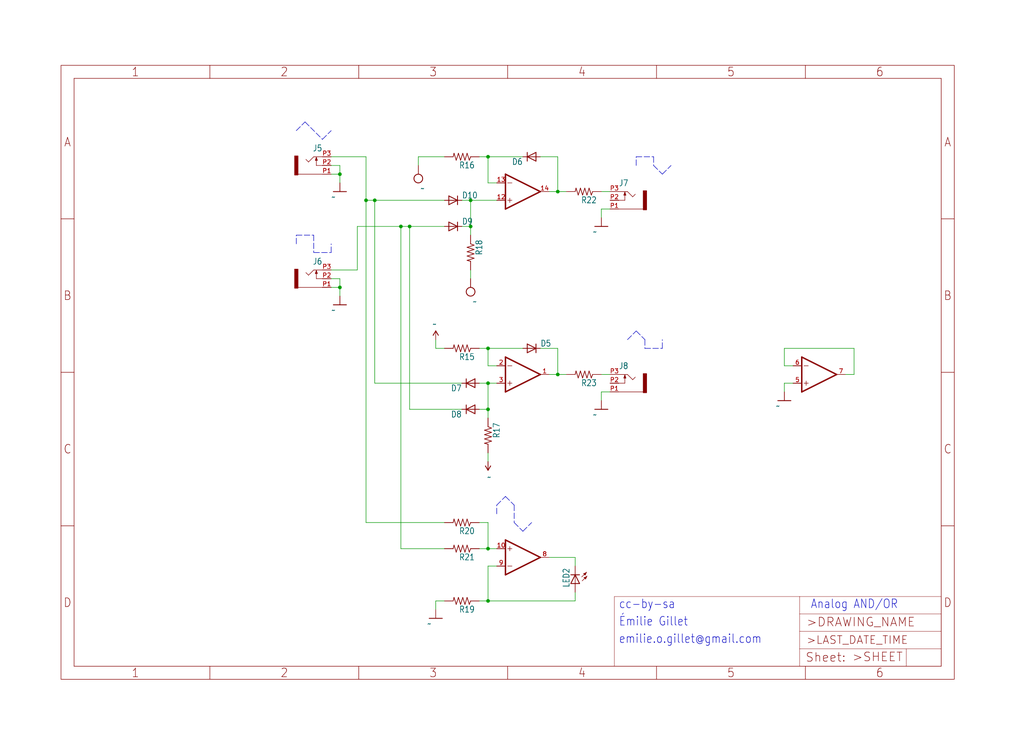
<source format=kicad_sch>
(kicad_sch (version 20211123) (generator eeschema)
  (paper "User" 298.45 217.881)
  (lib_symbols
    (symbol "kinks-eagle-import:A4L-LOC"
      (symbol "A4L-LOC_1_0"
        (polyline (pts (xy 0 44.7675) (xy 3.81 44.7675)))
        (polyline (pts (xy 0 89.535) (xy 3.81 89.535)))
        (polyline (pts (xy 0 134.3025) (xy 3.81 134.3025)))
        (polyline (pts (xy 3.81 3.81) (xy 3.81 175.26)))
        (polyline (pts (xy 43.3917 0) (xy 43.3917 3.81)))
        (polyline (pts (xy 43.3917 175.26) (xy 43.3917 179.07)))
        (polyline (pts (xy 86.7833 0) (xy 86.7833 3.81)))
        (polyline (pts (xy 86.7833 175.26) (xy 86.7833 179.07)))
        (polyline (pts (xy 130.175 0) (xy 130.175 3.81)))
        (polyline (pts (xy 130.175 175.26) (xy 130.175 179.07)))
        (polyline (pts (xy 161.29 3.81) (xy 161.29 24.13)) (stroke (width 0.1016)))
        (polyline (pts (xy 161.29 24.13) (xy 215.265 24.13)) (stroke (width 0.1016)))
        (polyline (pts (xy 173.5667 0) (xy 173.5667 3.81)))
        (polyline (pts (xy 173.5667 175.26) (xy 173.5667 179.07)))
        (polyline (pts (xy 215.265 8.89) (xy 215.265 3.81)) (stroke (width 0.1016)))
        (polyline (pts (xy 215.265 8.89) (xy 215.265 13.97)) (stroke (width 0.1016)))
        (polyline (pts (xy 215.265 13.97) (xy 215.265 19.05)) (stroke (width 0.1016)))
        (polyline (pts (xy 215.265 13.97) (xy 256.54 13.97)) (stroke (width 0.1016)))
        (polyline (pts (xy 215.265 19.05) (xy 215.265 24.13)) (stroke (width 0.1016)))
        (polyline (pts (xy 215.265 19.05) (xy 256.54 19.05)) (stroke (width 0.1016)))
        (polyline (pts (xy 215.265 24.13) (xy 256.54 24.13)) (stroke (width 0.1016)))
        (polyline (pts (xy 216.9583 0) (xy 216.9583 3.81)))
        (polyline (pts (xy 216.9583 175.26) (xy 216.9583 179.07)))
        (polyline (pts (xy 246.38 3.81) (xy 246.38 8.89)) (stroke (width 0.1016)))
        (polyline (pts (xy 246.38 8.89) (xy 215.265 8.89)) (stroke (width 0.1016)))
        (polyline (pts (xy 246.38 8.89) (xy 256.54 8.89)) (stroke (width 0.1016)))
        (polyline (pts (xy 256.54 3.81) (xy 3.81 3.81)))
        (polyline (pts (xy 256.54 3.81) (xy 256.54 8.89)) (stroke (width 0.1016)))
        (polyline (pts (xy 256.54 3.81) (xy 256.54 175.26)))
        (polyline (pts (xy 256.54 8.89) (xy 256.54 13.97)) (stroke (width 0.1016)))
        (polyline (pts (xy 256.54 13.97) (xy 256.54 19.05)) (stroke (width 0.1016)))
        (polyline (pts (xy 256.54 19.05) (xy 256.54 24.13)) (stroke (width 0.1016)))
        (polyline (pts (xy 256.54 44.7675) (xy 260.35 44.7675)))
        (polyline (pts (xy 256.54 89.535) (xy 260.35 89.535)))
        (polyline (pts (xy 256.54 134.3025) (xy 260.35 134.3025)))
        (polyline (pts (xy 256.54 175.26) (xy 3.81 175.26)))
        (polyline (pts (xy 0 0) (xy 260.35 0) (xy 260.35 179.07) (xy 0 179.07) (xy 0 0)))
        (text "1" (at 21.6958 1.905 0) (effects (font (size 2.54 2.286))))
        (text "1" (at 21.6958 177.165 0) (effects (font (size 2.54 2.286))))
        (text "2" (at 65.0875 1.905 0) (effects (font (size 2.54 2.286))))
        (text "2" (at 65.0875 177.165 0) (effects (font (size 2.54 2.286))))
        (text "3" (at 108.4792 1.905 0) (effects (font (size 2.54 2.286))))
        (text "3" (at 108.4792 177.165 0) (effects (font (size 2.54 2.286))))
        (text "4" (at 151.8708 1.905 0) (effects (font (size 2.54 2.286))))
        (text "4" (at 151.8708 177.165 0) (effects (font (size 2.54 2.286))))
        (text "5" (at 195.2625 1.905 0) (effects (font (size 2.54 2.286))))
        (text "5" (at 195.2625 177.165 0) (effects (font (size 2.54 2.286))))
        (text "6" (at 238.6542 1.905 0) (effects (font (size 2.54 2.286))))
        (text "6" (at 238.6542 177.165 0) (effects (font (size 2.54 2.286))))
        (text ">DRAWING_NAME" (at 217.17 15.24 0) (effects (font (size 2.54 2.54)) (justify left bottom)))
        (text ">LAST_DATE_TIME" (at 217.17 10.16 0) (effects (font (size 2.286 2.286)) (justify left bottom)))
        (text ">SHEET" (at 230.505 5.08 0) (effects (font (size 2.54 2.54)) (justify left bottom)))
        (text "A" (at 1.905 156.6863 0) (effects (font (size 2.54 2.286))))
        (text "A" (at 258.445 156.6863 0) (effects (font (size 2.54 2.286))))
        (text "B" (at 1.905 111.9188 0) (effects (font (size 2.54 2.286))))
        (text "B" (at 258.445 111.9188 0) (effects (font (size 2.54 2.286))))
        (text "C" (at 1.905 67.1513 0) (effects (font (size 2.54 2.286))))
        (text "C" (at 258.445 67.1513 0) (effects (font (size 2.54 2.286))))
        (text "D" (at 1.905 22.3838 0) (effects (font (size 2.54 2.286))))
        (text "D" (at 258.445 22.3838 0) (effects (font (size 2.54 2.286))))
        (text "Sheet:" (at 216.916 4.953 0) (effects (font (size 2.54 2.54)) (justify left bottom)))
      )
    )
    (symbol "kinks-eagle-import:DIODE-SOD523"
      (property "Reference" "D" (at 2.54 0.4826 0))
      (property "Value" "DIODE-SOD523" (at 2.54 -2.3114 0))
      (symbol "DIODE-SOD523_1_0"
        (polyline (pts (xy -1.27 -1.27) (xy 1.27 0)) (stroke (width 0.254)))
        (polyline (pts (xy -1.27 1.27) (xy -1.27 -1.27)) (stroke (width 0.254)))
        (polyline (pts (xy 1.27 0) (xy -1.27 1.27)) (stroke (width 0.254)))
        (polyline (pts (xy 1.27 0) (xy 1.27 -1.27)) (stroke (width 0.254)))
        (polyline (pts (xy 1.27 1.27) (xy 1.27 0)) (stroke (width 0.254)))
        (pin passive line (at -2.54 0 0) (length 2.54) (name "A") (number "A"))
        (pin passive line (at 2.54 0 180) (length 2.54) (name "C") (number "C"))
      )
    )
    (symbol "kinks-eagle-import:GND" (power)
      (property "Value" "GND" (at -2.54 -2.54 0))
      (symbol "GND_1_0"
        (polyline (pts (xy -1.905 0) (xy 1.905 0)) (stroke (width 0.254)))
        (pin power_in line (at 0 2.54 270) (length 2.54) (name "GND") (number "1"))
      )
    )
    (symbol "kinks-eagle-import:LED3MM"
      (property "Reference" "LED" (at 3.556 -4.572 90))
      (property "Value" "LED3MM" (at 5.715 -4.572 90))
      (symbol "LED3MM_1_0"
        (polyline (pts (xy -2.032 -0.762) (xy -3.429 -2.159)) (stroke (width 0.1524)))
        (polyline (pts (xy -1.905 -1.905) (xy -3.302 -3.302)) (stroke (width 0.1524)))
        (polyline (pts (xy 0 -2.54) (xy -1.27 -2.54)) (stroke (width 0.254)))
        (polyline (pts (xy 0 -2.54) (xy -1.27 0)) (stroke (width 0.254)))
        (polyline (pts (xy 0 0) (xy -1.27 0)) (stroke (width 0.254)))
        (polyline (pts (xy 0 0) (xy 0 -2.54)) (stroke (width 0.1524)))
        (polyline (pts (xy 1.27 -2.54) (xy 0 -2.54)) (stroke (width 0.254)))
        (polyline (pts (xy 1.27 0) (xy 0 -2.54)) (stroke (width 0.254)))
        (polyline (pts (xy 1.27 0) (xy 0 0)) (stroke (width 0.254)))
        (polyline (pts (xy -3.429 -2.159) (xy -3.048 -1.27) (xy -2.54 -1.778)) (fill (type outline)))
        (polyline (pts (xy -3.302 -3.302) (xy -2.921 -2.413) (xy -2.413 -2.921)) (fill (type outline)))
        (pin passive line (at 0 2.54 270) (length 2.54) (name "A") (number "A"))
        (pin passive line (at 0 -5.08 90) (length 2.54) (name "C") (number "K"))
      )
    )
    (symbol "kinks-eagle-import:PJ301_THONKICONN6"
      (property "Reference" "J" (at -2.54 4.064 0))
      (symbol "PJ301_THONKICONN6_1_0"
        (polyline (pts (xy -2.54 -2.54) (xy 4.572 -2.54)) (stroke (width 0.1524)))
        (polyline (pts (xy -2.54 0) (xy -0.762 0)) (stroke (width 0.1524)))
        (polyline (pts (xy -2.54 2.54) (xy 0 2.54)) (stroke (width 0.1524)))
        (polyline (pts (xy -1.016 1.524) (xy -0.508 1.524)) (stroke (width 0.254)))
        (polyline (pts (xy -0.762 0) (xy -0.762 2.286)) (stroke (width 0.1524)))
        (polyline (pts (xy -0.762 2.286) (xy -1.016 1.524)) (stroke (width 0.254)))
        (polyline (pts (xy -0.508 1.524) (xy -0.762 2.286)) (stroke (width 0.254)))
        (polyline (pts (xy 0 2.54) (xy 1.524 1.016)) (stroke (width 0.1524)))
        (polyline (pts (xy 1.524 1.016) (xy 2.286 1.778)) (stroke (width 0.1524)))
        (rectangle (start 4.572 2.794) (end 5.588 -2.794) (fill (type outline)))
        (pin passive line (at -5.08 -2.54 0) (length 2.54) (name "1") (number "P1"))
        (pin passive line (at -5.08 0 0) (length 2.54) (name "2") (number "P2"))
        (pin passive line (at -5.08 2.54 0) (length 2.54) (name "3") (number "P3"))
      )
    )
    (symbol "kinks-eagle-import:R-US_R0402"
      (property "Reference" "R" (at -3.81 1.4986 0))
      (property "Value" "R-US_R0402" (at -3.81 -3.302 0))
      (symbol "R-US_R0402_1_0"
        (polyline (pts (xy -2.54 0) (xy -2.159 1.016)) (stroke (width 0.2032)))
        (polyline (pts (xy -2.159 1.016) (xy -1.524 -1.016)) (stroke (width 0.2032)))
        (polyline (pts (xy -1.524 -1.016) (xy -0.889 1.016)) (stroke (width 0.2032)))
        (polyline (pts (xy -0.889 1.016) (xy -0.254 -1.016)) (stroke (width 0.2032)))
        (polyline (pts (xy -0.254 -1.016) (xy 0.381 1.016)) (stroke (width 0.2032)))
        (polyline (pts (xy 0.381 1.016) (xy 1.016 -1.016)) (stroke (width 0.2032)))
        (polyline (pts (xy 1.016 -1.016) (xy 1.651 1.016)) (stroke (width 0.2032)))
        (polyline (pts (xy 1.651 1.016) (xy 2.286 -1.016)) (stroke (width 0.2032)))
        (polyline (pts (xy 2.286 -1.016) (xy 2.54 0)) (stroke (width 0.2032)))
        (pin passive line (at -5.08 0 0) (length 2.54) (name "1") (number "1"))
        (pin passive line (at 5.08 0 180) (length 2.54) (name "2") (number "2"))
      )
    )
    (symbol "kinks-eagle-import:TL074PW"
      (symbol "TL074PW_1_0"
        (polyline (pts (xy -5.08 -5.08) (xy 5.08 0)) (stroke (width 0.4064)))
        (polyline (pts (xy -5.08 5.08) (xy -5.08 -5.08)) (stroke (width 0.4064)))
        (polyline (pts (xy -4.445 -2.54) (xy -3.175 -2.54)) (stroke (width 0.1524)))
        (polyline (pts (xy -4.445 2.54) (xy -3.175 2.54)) (stroke (width 0.1524)))
        (polyline (pts (xy -3.81 3.175) (xy -3.81 1.905)) (stroke (width 0.1524)))
        (polyline (pts (xy 5.08 0) (xy -5.08 5.08)) (stroke (width 0.4064)))
        (pin output line (at 7.62 0 180) (length 2.54) (name "OUT") (number "1"))
        (pin input line (at -7.62 -2.54 0) (length 2.54) (name "-IN") (number "2"))
        (pin input line (at -7.62 2.54 0) (length 2.54) (name "+IN") (number "3"))
      )
      (symbol "TL074PW_2_0"
        (polyline (pts (xy -5.08 -5.08) (xy 5.08 0)) (stroke (width 0.4064)))
        (polyline (pts (xy -5.08 5.08) (xy -5.08 -5.08)) (stroke (width 0.4064)))
        (polyline (pts (xy -4.445 -2.54) (xy -3.175 -2.54)) (stroke (width 0.1524)))
        (polyline (pts (xy -4.445 2.54) (xy -3.175 2.54)) (stroke (width 0.1524)))
        (polyline (pts (xy -3.81 3.175) (xy -3.81 1.905)) (stroke (width 0.1524)))
        (polyline (pts (xy 5.08 0) (xy -5.08 5.08)) (stroke (width 0.4064)))
        (pin input line (at -7.62 2.54 0) (length 2.54) (name "+IN") (number "5"))
        (pin input line (at -7.62 -2.54 0) (length 2.54) (name "-IN") (number "6"))
        (pin output line (at 7.62 0 180) (length 2.54) (name "OUT") (number "7"))
      )
      (symbol "TL074PW_3_0"
        (polyline (pts (xy -5.08 -5.08) (xy 5.08 0)) (stroke (width 0.4064)))
        (polyline (pts (xy -5.08 5.08) (xy -5.08 -5.08)) (stroke (width 0.4064)))
        (polyline (pts (xy -4.445 -2.54) (xy -3.175 -2.54)) (stroke (width 0.1524)))
        (polyline (pts (xy -4.445 2.54) (xy -3.175 2.54)) (stroke (width 0.1524)))
        (polyline (pts (xy -3.81 3.175) (xy -3.81 1.905)) (stroke (width 0.1524)))
        (polyline (pts (xy 5.08 0) (xy -5.08 5.08)) (stroke (width 0.4064)))
        (pin input line (at -7.62 2.54 0) (length 2.54) (name "+IN") (number "10"))
        (pin output line (at 7.62 0 180) (length 2.54) (name "OUT") (number "8"))
        (pin input line (at -7.62 -2.54 0) (length 2.54) (name "-IN") (number "9"))
      )
      (symbol "TL074PW_4_0"
        (polyline (pts (xy -5.08 -5.08) (xy 5.08 0)) (stroke (width 0.4064)))
        (polyline (pts (xy -5.08 5.08) (xy -5.08 -5.08)) (stroke (width 0.4064)))
        (polyline (pts (xy -4.445 -2.54) (xy -3.175 -2.54)) (stroke (width 0.1524)))
        (polyline (pts (xy -4.445 2.54) (xy -3.175 2.54)) (stroke (width 0.1524)))
        (polyline (pts (xy -3.81 3.175) (xy -3.81 1.905)) (stroke (width 0.1524)))
        (polyline (pts (xy 5.08 0) (xy -5.08 5.08)) (stroke (width 0.4064)))
        (pin input line (at -7.62 2.54 0) (length 2.54) (name "+IN") (number "12"))
        (pin input line (at -7.62 -2.54 0) (length 2.54) (name "-IN") (number "13"))
        (pin output line (at 7.62 0 180) (length 2.54) (name "OUT") (number "14"))
      )
      (symbol "TL074PW_5_0"
        (text "V+" (at 1.27 3.175 900) (effects (font (size 0.8128 0.6908)) (justify left bottom)))
        (text "V-" (at 1.27 -4.445 900) (effects (font (size 0.8128 0.6908)) (justify left bottom)))
        (pin power_in line (at 0 -7.62 90) (length 5.08) (name "V-") (number "11"))
        (pin power_in line (at 0 7.62 270) (length 5.08) (name "V+") (number "4"))
      )
    )
    (symbol "kinks-eagle-import:VCC" (power)
      (property "Value" "VCC" (at -1.016 3.556 0))
      (symbol "VCC_1_0"
        (polyline (pts (xy 0 2.54) (xy -0.762 1.27)) (stroke (width 0.254)))
        (polyline (pts (xy 0.762 1.27) (xy 0 2.54)) (stroke (width 0.254)))
        (pin power_in line (at 0 0 90) (length 2.54) (name "VCC") (number "1"))
      )
    )
    (symbol "kinks-eagle-import:VEE" (power)
      (property "Value" "VEE" (at -1.905 3.175 0))
      (symbol "VEE_1_0"
        (circle (center 0 1.27) (radius 1.27) (stroke (width 0.254)))
        (pin power_in line (at 0 -2.54 90) (length 2.54) (name "VEE") (number "1"))
      )
    )
  )
  (junction (at 162.56 55.88))
  (junction (at 162.56 109.22))
  (junction (at 142.24 119.38))
  (junction (at 142.24 175.26))
  (junction (at 137.16 58.42))
  (junction (at 109.22 58.42))
  (junction (at 142.24 111.76))
  (junction (at 119.38 66.04))
  (junction (at 142.24 160.02))
  (junction (at 142.24 45.72))
  (junction (at 137.16 66.04))
  (junction (at 142.24 101.6))
  (junction (at 106.68 58.42))
  (junction (at 99.06 50.8))
  (junction (at 116.84 66.04))
  (junction (at 99.06 83.82))
  (wire (pts (xy 142.24 165.1) (xy 144.78 165.1)))
  (polyline (pts (xy 88.9 35.56) (xy 93.98 40.64)))
  (polyline (pts (xy 185.42 45.72) (xy 190.5 45.72)))
  (wire (pts (xy 139.7 152.4) (xy 142.24 152.4)))
  (wire (pts (xy 228.6 101.6) (xy 248.92 101.6)))
  (wire (pts (xy 162.56 109.22) (xy 165.1 109.22)))
  (wire (pts (xy 248.92 101.6) (xy 248.92 109.22)))
  (wire (pts (xy 231.14 106.68) (xy 228.6 106.68)))
  (wire (pts (xy 109.22 58.42) (xy 129.54 58.42)))
  (wire (pts (xy 142.24 119.38) (xy 142.24 121.92)))
  (polyline (pts (xy 185.42 96.52) (xy 187.96 99.06)))
  (wire (pts (xy 139.7 45.72) (xy 142.24 45.72)))
  (wire (pts (xy 167.64 175.26) (xy 142.24 175.26)))
  (wire (pts (xy 129.54 45.72) (xy 121.92 45.72)))
  (wire (pts (xy 162.56 55.88) (xy 160.02 55.88)))
  (wire (pts (xy 99.06 81.28) (xy 99.06 83.82)))
  (wire (pts (xy 228.6 106.68) (xy 228.6 101.6)))
  (wire (pts (xy 139.7 111.76) (xy 142.24 111.76)))
  (polyline (pts (xy 190.5 48.26) (xy 193.04 50.8)))
  (polyline (pts (xy 91.44 73.66) (xy 96.52 73.66)))
  (wire (pts (xy 99.06 48.26) (xy 99.06 50.8)))
  (polyline (pts (xy 91.44 68.58) (xy 91.44 73.66)))
  (wire (pts (xy 119.38 66.04) (xy 116.84 66.04)))
  (wire (pts (xy 137.16 58.42) (xy 137.16 66.04)))
  (polyline (pts (xy 185.42 48.26) (xy 185.42 45.72)))
  (wire (pts (xy 109.22 111.76) (xy 109.22 58.42)))
  (polyline (pts (xy 86.36 68.58) (xy 91.44 68.58)))
  (wire (pts (xy 142.24 165.1) (xy 142.24 175.26)))
  (polyline (pts (xy 152.4 154.94) (xy 154.94 152.4)))
  (wire (pts (xy 231.14 111.76) (xy 228.6 111.76)))
  (wire (pts (xy 175.26 60.96) (xy 175.26 63.5)))
  (wire (pts (xy 142.24 101.6) (xy 139.7 101.6)))
  (polyline (pts (xy 193.04 101.6) (xy 193.04 99.06)))
  (wire (pts (xy 162.56 101.6) (xy 162.56 109.22)))
  (wire (pts (xy 175.26 114.3) (xy 175.26 116.84)))
  (wire (pts (xy 106.68 152.4) (xy 106.68 58.42)))
  (wire (pts (xy 134.62 119.38) (xy 119.38 119.38)))
  (wire (pts (xy 134.62 58.42) (xy 137.16 58.42)))
  (wire (pts (xy 121.92 45.72) (xy 121.92 48.26)))
  (wire (pts (xy 152.4 101.6) (xy 142.24 101.6)))
  (wire (pts (xy 175.26 109.22) (xy 177.8 109.22)))
  (polyline (pts (xy 144.78 149.86) (xy 144.78 147.32)))
  (wire (pts (xy 139.7 160.02) (xy 142.24 160.02)))
  (wire (pts (xy 248.92 109.22) (xy 246.38 109.22)))
  (wire (pts (xy 137.16 58.42) (xy 144.78 58.42)))
  (polyline (pts (xy 86.36 71.12) (xy 86.36 68.58)))
  (wire (pts (xy 162.56 55.88) (xy 165.1 55.88)))
  (wire (pts (xy 142.24 119.38) (xy 139.7 119.38)))
  (polyline (pts (xy 149.86 147.32) (xy 149.86 152.4)))
  (wire (pts (xy 167.64 172.72) (xy 167.64 175.26)))
  (wire (pts (xy 129.54 152.4) (xy 106.68 152.4)))
  (wire (pts (xy 142.24 160.02) (xy 144.78 160.02)))
  (wire (pts (xy 142.24 175.26) (xy 139.7 175.26)))
  (polyline (pts (xy 96.52 73.66) (xy 96.52 71.12)))
  (wire (pts (xy 104.14 78.74) (xy 104.14 66.04)))
  (wire (pts (xy 228.6 111.76) (xy 228.6 114.3)))
  (wire (pts (xy 142.24 106.68) (xy 142.24 101.6)))
  (wire (pts (xy 96.52 81.28) (xy 99.06 81.28)))
  (wire (pts (xy 162.56 109.22) (xy 160.02 109.22)))
  (wire (pts (xy 137.16 68.58) (xy 137.16 66.04)))
  (wire (pts (xy 96.52 78.74) (xy 104.14 78.74)))
  (wire (pts (xy 160.02 162.56) (xy 167.64 162.56)))
  (wire (pts (xy 142.24 160.02) (xy 142.24 152.4)))
  (wire (pts (xy 157.48 45.72) (xy 162.56 45.72)))
  (wire (pts (xy 116.84 160.02) (xy 116.84 66.04)))
  (wire (pts (xy 119.38 66.04) (xy 129.54 66.04)))
  (wire (pts (xy 142.24 111.76) (xy 144.78 111.76)))
  (wire (pts (xy 129.54 160.02) (xy 116.84 160.02)))
  (polyline (pts (xy 144.78 147.32) (xy 147.32 144.78)))
  (wire (pts (xy 119.38 119.38) (xy 119.38 66.04)))
  (wire (pts (xy 96.52 48.26) (xy 99.06 48.26)))
  (wire (pts (xy 177.8 60.96) (xy 175.26 60.96)))
  (wire (pts (xy 137.16 78.74) (xy 137.16 81.28)))
  (polyline (pts (xy 149.86 152.4) (xy 152.4 154.94)))
  (wire (pts (xy 134.62 66.04) (xy 137.16 66.04)))
  (polyline (pts (xy 86.36 38.1) (xy 88.9 35.56)))
  (wire (pts (xy 177.8 55.88) (xy 175.26 55.88)))
  (wire (pts (xy 157.48 101.6) (xy 162.56 101.6)))
  (wire (pts (xy 142.24 53.34) (xy 142.24 45.72)))
  (polyline (pts (xy 193.04 50.8) (xy 195.58 48.26)))
  (polyline (pts (xy 182.88 99.06) (xy 185.42 96.52)))
  (wire (pts (xy 129.54 101.6) (xy 127 101.6)))
  (wire (pts (xy 106.68 45.72) (xy 106.68 58.42)))
  (wire (pts (xy 99.06 83.82) (xy 99.06 86.36)))
  (wire (pts (xy 104.14 66.04) (xy 116.84 66.04)))
  (wire (pts (xy 144.78 106.68) (xy 142.24 106.68)))
  (wire (pts (xy 134.62 111.76) (xy 109.22 111.76)))
  (wire (pts (xy 106.68 58.42) (xy 109.22 58.42)))
  (polyline (pts (xy 93.98 40.64) (xy 96.52 38.1)))
  (wire (pts (xy 96.52 45.72) (xy 106.68 45.72)))
  (polyline (pts (xy 147.32 144.78) (xy 149.86 147.32)))
  (wire (pts (xy 96.52 50.8) (xy 99.06 50.8)))
  (wire (pts (xy 127 101.6) (xy 127 99.06)))
  (polyline (pts (xy 187.96 101.6) (xy 193.04 101.6)))
  (wire (pts (xy 162.56 45.72) (xy 162.56 55.88)))
  (polyline (pts (xy 190.5 45.72) (xy 190.5 48.26)))
  (wire (pts (xy 167.64 162.56) (xy 167.64 165.1)))
  (wire (pts (xy 129.54 175.26) (xy 127 175.26)))
  (wire (pts (xy 142.24 45.72) (xy 152.4 45.72)))
  (wire (pts (xy 144.78 53.34) (xy 142.24 53.34)))
  (wire (pts (xy 142.24 132.08) (xy 142.24 134.62)))
  (wire (pts (xy 99.06 50.8) (xy 99.06 53.34)))
  (polyline (pts (xy 187.96 99.06) (xy 187.96 101.6)))
  (wire (pts (xy 142.24 111.76) (xy 142.24 119.38)))
  (wire (pts (xy 177.8 114.3) (xy 175.26 114.3)))
  (wire (pts (xy 127 175.26) (xy 127 177.8)))
  (wire (pts (xy 96.52 83.82) (xy 99.06 83.82)))
  (text "Analog AND/OR" (at 236.22 177.8 180) (effects (font (size 2.54 2.159)) (justify left bottom)))
  (text "Émilie Gillet" (at 180.34 182.88 180) (effects (font (size 2.54 2.159)) (justify left bottom)))
  (text "cc-by-sa" (at 180.34 177.8 180) (effects (font (size 2.54 2.159)) (justify left bottom)))
  (text "emilie.o.gillet@gmail.com" (at 180.34 187.96 180) (effects (font (size 2.54 2.159)) (justify left bottom)))
  (symbol (lib_id "kinks-eagle-import:DIODE-SOD523") (at 154.94 101.6 0) (unit 1)
    (property "Reference" "D5" (at 157.48 101.1174 0) (effects (font (size 1.778 1.5113)) (justify left bottom)))
  )
  (symbol (lib_id "kinks-eagle-import:R-US_R0402") (at 137.16 73.66 270) (unit 1)
    (property "Reference" "R18" (at 138.6586 69.85 0) (effects (font (size 1.778 1.5113)) (justify left bottom)))
  )
  (symbol (lib_id "kinks-eagle-import:VCC") (at 127 99.06 0) (unit 1)
    (property "Reference" "#P+7" (effects hide))
  )
  (symbol (lib_id "kinks-eagle-import:GND") (at 175.26 119.38 0) (unit 1)
    (property "Reference" "#GND9" (effects hide))
  )
  (symbol (lib_id "kinks-eagle-import:DIODE-SOD523") (at 132.08 58.42 0) (unit 1)
    (property "Reference" "D10" (at 134.62 57.9374 0) (effects (font (size 1.778 1.5113)) (justify left bottom)))
  )
  (symbol (lib_id "kinks-eagle-import:VEE") (at 137.16 83.82 180) (unit 1)
    (property "Reference" "#SUPPLY3" (effects hide))
  )
  (symbol (lib_id "kinks-eagle-import:TL074PW") (at 152.4 55.88 0) (mirror x) (unit 4)
    (property "Reference" "IC3" (effects hide))
  )
  (symbol (lib_id "kinks-eagle-import:VCC") (at 142.24 134.62 180) (unit 1)
    (property "Reference" "#P+4" (effects hide))
  )
  (symbol (lib_id "kinks-eagle-import:GND") (at 228.6 116.84 0) (unit 1)
    (property "Reference" "#GND20" (effects hide))
  )
  (symbol (lib_id "kinks-eagle-import:DIODE-SOD523") (at 137.16 111.76 180) (unit 1)
    (property "Reference" "D7" (at 134.62 112.2426 0) (effects (font (size 1.778 1.5113)) (justify left bottom)))
  )
  (symbol (lib_id "kinks-eagle-import:R-US_R0402") (at 170.18 109.22 180) (unit 1)
    (property "Reference" "R23" (at 173.99 110.7186 0) (effects (font (size 1.778 1.5113)) (justify left bottom)))
  )
  (symbol (lib_id "kinks-eagle-import:GND") (at 127 180.34 0) (unit 1)
    (property "Reference" "#GND17" (effects hide))
  )
  (symbol (lib_id "kinks-eagle-import:R-US_R0402") (at 134.62 152.4 180) (unit 1)
    (property "Reference" "R20" (at 138.43 153.8986 0) (effects (font (size 1.778 1.5113)) (justify left bottom)))
  )
  (symbol (lib_id "kinks-eagle-import:PJ301_THONKICONN6") (at 182.88 111.76 0) (unit 1)
    (property "Reference" "J8" (at 180.34 107.696 0) (effects (font (size 1.778 1.5113)) (justify left bottom)))
  )
  (symbol (lib_id "kinks-eagle-import:DIODE-SOD523") (at 154.94 45.72 180) (unit 1)
    (property "Reference" "D6" (at 152.4 46.2026 0) (effects (font (size 1.778 1.5113)) (justify left bottom)))
  )
  (symbol (lib_id "kinks-eagle-import:PJ301_THONKICONN6") (at 91.44 81.28 0) (mirror y) (unit 1)
    (property "Reference" "J6" (at 93.98 77.216 0) (effects (font (size 1.778 1.5113)) (justify left bottom)))
  )
  (symbol (lib_id "kinks-eagle-import:R-US_R0402") (at 142.24 127 270) (unit 1)
    (property "Reference" "R17" (at 143.7386 123.19 0) (effects (font (size 1.778 1.5113)) (justify left bottom)))
  )
  (symbol (lib_id "kinks-eagle-import:GND") (at 99.06 55.88 0) (unit 1)
    (property "Reference" "#GND11" (effects hide))
  )
  (symbol (lib_id "kinks-eagle-import:GND") (at 175.26 66.04 0) (unit 1)
    (property "Reference" "#GND14" (effects hide))
  )
  (symbol (lib_id "kinks-eagle-import:R-US_R0402") (at 170.18 55.88 180) (unit 1)
    (property "Reference" "R22" (at 173.99 57.3786 0) (effects (font (size 1.778 1.5113)) (justify left bottom)))
  )
  (symbol (lib_id "kinks-eagle-import:PJ301_THONKICONN6") (at 182.88 58.42 0) (unit 1)
    (property "Reference" "J7" (at 180.34 54.356 0) (effects (font (size 1.778 1.5113)) (justify left bottom)))
  )
  (symbol (lib_id "kinks-eagle-import:TL074PW") (at 152.4 109.22 0) (mirror x) (unit 1)
    (property "Reference" "IC3" (effects hide))
  )
  (symbol (lib_id "kinks-eagle-import:DIODE-SOD523") (at 137.16 119.38 180) (unit 1)
    (property "Reference" "D8" (at 134.62 119.8626 0) (effects (font (size 1.778 1.5113)) (justify left bottom)))
  )
  (symbol (lib_id "kinks-eagle-import:TL074PW") (at 152.4 162.56 0) (unit 3)
    (property "Reference" "IC3" (effects hide))
  )
  (symbol (lib_id "kinks-eagle-import:A4L-LOC") (at 17.78 198.12 0) (unit 1)
    (property "Reference" "#FRAME6" (effects hide))
  )
  (symbol (lib_id "kinks-eagle-import:R-US_R0402") (at 134.62 45.72 180) (unit 1)
    (property "Reference" "R16" (at 138.43 47.2186 0) (effects (font (size 1.778 1.5113)) (justify left bottom)))
  )
  (symbol (lib_id "kinks-eagle-import:R-US_R0402") (at 134.62 101.6 180) (unit 1)
    (property "Reference" "R15" (at 138.43 103.0986 0) (effects (font (size 1.778 1.5113)) (justify left bottom)))
  )
  (symbol (lib_id "kinks-eagle-import:R-US_R0402") (at 134.62 160.02 180) (unit 1)
    (property "Reference" "R21" (at 138.43 161.5186 0) (effects (font (size 1.778 1.5113)) (justify left bottom)))
  )
  (symbol (lib_id "kinks-eagle-import:VEE") (at 121.92 50.8 180) (unit 1)
    (property "Reference" "#SUPPLY5" (effects hide))
  )
  (symbol (lib_id "kinks-eagle-import:LED3MM") (at 167.64 170.18 180) (unit 1)
    (property "Reference" "LED2" (at 164.084 165.608 90) (effects (font (size 1.778 1.5113)) (justify left bottom)))
  )
  (symbol (lib_id "kinks-eagle-import:TL074PW") (at 238.76 109.22 0) (mirror x) (unit 2)
    (property "Reference" "IC3" (effects hide))
  )
  (symbol (lib_id "kinks-eagle-import:GND") (at 99.06 88.9 0) (unit 1)
    (property "Reference" "#GND10" (effects hide))
  )
  (symbol (lib_id "kinks-eagle-import:R-US_R0402") (at 134.62 175.26 180) (unit 1)
    (property "Reference" "R19" (at 138.43 176.7586 0) (effects (font (size 1.778 1.5113)) (justify left bottom)))
  )
  (symbol (lib_id "kinks-eagle-import:PJ301_THONKICONN6") (at 91.44 48.26 0) (mirror y) (unit 1)
    (property "Reference" "J5" (at 93.98 44.196 0) (effects (font (size 1.778 1.5113)) (justify left bottom)))
  )
  (symbol (lib_id "kinks-eagle-import:DIODE-SOD523") (at 132.08 66.04 0) (unit 1)
    (property "Reference" "D9" (at 134.62 65.5574 0) (effects (font (size 1.778 1.5113)) (justify left bottom)))
  )
)
</source>
